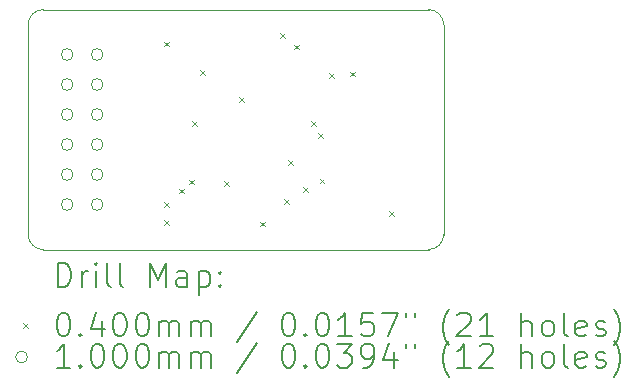
<source format=gbr>
%FSLAX45Y45*%
G04 Gerber Fmt 4.5, Leading zero omitted, Abs format (unit mm)*
G04 Created by KiCad (PCBNEW (6.0.1)) date 2024-05-17 17:22:19*
%MOMM*%
%LPD*%
G01*
G04 APERTURE LIST*
%TA.AperFunction,Profile*%
%ADD10C,0.100000*%
%TD*%
%ADD11C,0.200000*%
%ADD12C,0.040000*%
%ADD13C,0.100000*%
G04 APERTURE END LIST*
D10*
X5295900Y-3683000D02*
X5295900Y-1905000D01*
X5168900Y-1778000D02*
X1905000Y-1778000D01*
X5295900Y-1905000D02*
G75*
G03*
X5168900Y-1778000I-128831J-1831D01*
G01*
X5168900Y-3810000D02*
G75*
G03*
X5295900Y-3683000I0J127000D01*
G01*
X1778000Y-3683000D02*
G75*
G03*
X1905000Y-3810000I127000J0D01*
G01*
X1905000Y-1778000D02*
G75*
G03*
X1778000Y-1905000I0J-127000D01*
G01*
X1778000Y-1905000D02*
X1778000Y-3683000D01*
X1905000Y-3810000D02*
X5168900Y-3810000D01*
D11*
D12*
X2926400Y-2050100D02*
X2966400Y-2090100D01*
X2966400Y-2050100D02*
X2926400Y-2090100D01*
X2926400Y-3409000D02*
X2966400Y-3449000D01*
X2966400Y-3409000D02*
X2926400Y-3449000D01*
X2926400Y-3561400D02*
X2966400Y-3601400D01*
X2966400Y-3561400D02*
X2926400Y-3601400D01*
X3053400Y-3294700D02*
X3093400Y-3334700D01*
X3093400Y-3294700D02*
X3053400Y-3334700D01*
X3142300Y-3218500D02*
X3182300Y-3258500D01*
X3182300Y-3218500D02*
X3142300Y-3258500D01*
X3167700Y-2720098D02*
X3207700Y-2760098D01*
X3207700Y-2720098D02*
X3167700Y-2760098D01*
X3231200Y-2291400D02*
X3271200Y-2331400D01*
X3271200Y-2291400D02*
X3231200Y-2331400D01*
X3434400Y-3231200D02*
X3474400Y-3271200D01*
X3474400Y-3231200D02*
X3434400Y-3271200D01*
X3561400Y-2520000D02*
X3601400Y-2560000D01*
X3601400Y-2520000D02*
X3561400Y-2560000D01*
X3739200Y-3574100D02*
X3779200Y-3614100D01*
X3779200Y-3574100D02*
X3739200Y-3614100D01*
X3913251Y-1977649D02*
X3953251Y-2017649D01*
X3953251Y-1977649D02*
X3913251Y-2017649D01*
X3942400Y-3383600D02*
X3982400Y-3423600D01*
X3982400Y-3383600D02*
X3942400Y-3423600D01*
X3980500Y-3053400D02*
X4020500Y-3093400D01*
X4020500Y-3053400D02*
X3980500Y-3093400D01*
X4031300Y-2075500D02*
X4071300Y-2115500D01*
X4071300Y-2075500D02*
X4031300Y-2115500D01*
X4107500Y-3282000D02*
X4147500Y-3322000D01*
X4147500Y-3282000D02*
X4107500Y-3322000D01*
X4171000Y-2723200D02*
X4211000Y-2763200D01*
X4211000Y-2723200D02*
X4171000Y-2763200D01*
X4234500Y-2824800D02*
X4274500Y-2864800D01*
X4274500Y-2824800D02*
X4234500Y-2864800D01*
X4246770Y-3209550D02*
X4286770Y-3249550D01*
X4286770Y-3209550D02*
X4246770Y-3249550D01*
X4323400Y-2316800D02*
X4363400Y-2356800D01*
X4363400Y-2316800D02*
X4323400Y-2356800D01*
X4501200Y-2304100D02*
X4541200Y-2344100D01*
X4541200Y-2304100D02*
X4501200Y-2344100D01*
X4831400Y-3485200D02*
X4871400Y-3525200D01*
X4871400Y-3485200D02*
X4831400Y-3525200D01*
D13*
X2157800Y-2159000D02*
G75*
G03*
X2157800Y-2159000I-50000J0D01*
G01*
X2157800Y-2413000D02*
G75*
G03*
X2157800Y-2413000I-50000J0D01*
G01*
X2157800Y-2667000D02*
G75*
G03*
X2157800Y-2667000I-50000J0D01*
G01*
X2157800Y-2921000D02*
G75*
G03*
X2157800Y-2921000I-50000J0D01*
G01*
X2157800Y-3175000D02*
G75*
G03*
X2157800Y-3175000I-50000J0D01*
G01*
X2157800Y-3429000D02*
G75*
G03*
X2157800Y-3429000I-50000J0D01*
G01*
X2411800Y-2159000D02*
G75*
G03*
X2411800Y-2159000I-50000J0D01*
G01*
X2411800Y-2413000D02*
G75*
G03*
X2411800Y-2413000I-50000J0D01*
G01*
X2411800Y-2667000D02*
G75*
G03*
X2411800Y-2667000I-50000J0D01*
G01*
X2411800Y-2921000D02*
G75*
G03*
X2411800Y-2921000I-50000J0D01*
G01*
X2411800Y-3175000D02*
G75*
G03*
X2411800Y-3175000I-50000J0D01*
G01*
X2411800Y-3429000D02*
G75*
G03*
X2411800Y-3429000I-50000J0D01*
G01*
D11*
X2030619Y-4125476D02*
X2030619Y-3925476D01*
X2078238Y-3925476D01*
X2106810Y-3935000D01*
X2125857Y-3954048D01*
X2135381Y-3973095D01*
X2144905Y-4011190D01*
X2144905Y-4039762D01*
X2135381Y-4077857D01*
X2125857Y-4096905D01*
X2106810Y-4115952D01*
X2078238Y-4125476D01*
X2030619Y-4125476D01*
X2230619Y-4125476D02*
X2230619Y-3992143D01*
X2230619Y-4030238D02*
X2240143Y-4011190D01*
X2249667Y-4001667D01*
X2268714Y-3992143D01*
X2287762Y-3992143D01*
X2354429Y-4125476D02*
X2354429Y-3992143D01*
X2354429Y-3925476D02*
X2344905Y-3935000D01*
X2354429Y-3944524D01*
X2363952Y-3935000D01*
X2354429Y-3925476D01*
X2354429Y-3944524D01*
X2478238Y-4125476D02*
X2459190Y-4115952D01*
X2449667Y-4096905D01*
X2449667Y-3925476D01*
X2583000Y-4125476D02*
X2563952Y-4115952D01*
X2554429Y-4096905D01*
X2554429Y-3925476D01*
X2811571Y-4125476D02*
X2811571Y-3925476D01*
X2878238Y-4068333D01*
X2944905Y-3925476D01*
X2944905Y-4125476D01*
X3125857Y-4125476D02*
X3125857Y-4020714D01*
X3116333Y-4001667D01*
X3097286Y-3992143D01*
X3059190Y-3992143D01*
X3040143Y-4001667D01*
X3125857Y-4115952D02*
X3106809Y-4125476D01*
X3059190Y-4125476D01*
X3040143Y-4115952D01*
X3030619Y-4096905D01*
X3030619Y-4077857D01*
X3040143Y-4058810D01*
X3059190Y-4049286D01*
X3106809Y-4049286D01*
X3125857Y-4039762D01*
X3221095Y-3992143D02*
X3221095Y-4192143D01*
X3221095Y-4001667D02*
X3240143Y-3992143D01*
X3278238Y-3992143D01*
X3297286Y-4001667D01*
X3306809Y-4011190D01*
X3316333Y-4030238D01*
X3316333Y-4087381D01*
X3306809Y-4106429D01*
X3297286Y-4115952D01*
X3278238Y-4125476D01*
X3240143Y-4125476D01*
X3221095Y-4115952D01*
X3402048Y-4106429D02*
X3411571Y-4115952D01*
X3402048Y-4125476D01*
X3392524Y-4115952D01*
X3402048Y-4106429D01*
X3402048Y-4125476D01*
X3402048Y-4001667D02*
X3411571Y-4011190D01*
X3402048Y-4020714D01*
X3392524Y-4011190D01*
X3402048Y-4001667D01*
X3402048Y-4020714D01*
D12*
X1733000Y-4435000D02*
X1773000Y-4475000D01*
X1773000Y-4435000D02*
X1733000Y-4475000D01*
D11*
X2068714Y-4345476D02*
X2087762Y-4345476D01*
X2106810Y-4355000D01*
X2116333Y-4364524D01*
X2125857Y-4383572D01*
X2135381Y-4421667D01*
X2135381Y-4469286D01*
X2125857Y-4507381D01*
X2116333Y-4526429D01*
X2106810Y-4535952D01*
X2087762Y-4545476D01*
X2068714Y-4545476D01*
X2049667Y-4535952D01*
X2040143Y-4526429D01*
X2030619Y-4507381D01*
X2021095Y-4469286D01*
X2021095Y-4421667D01*
X2030619Y-4383572D01*
X2040143Y-4364524D01*
X2049667Y-4355000D01*
X2068714Y-4345476D01*
X2221095Y-4526429D02*
X2230619Y-4535952D01*
X2221095Y-4545476D01*
X2211571Y-4535952D01*
X2221095Y-4526429D01*
X2221095Y-4545476D01*
X2402048Y-4412143D02*
X2402048Y-4545476D01*
X2354429Y-4335952D02*
X2306810Y-4478810D01*
X2430619Y-4478810D01*
X2544905Y-4345476D02*
X2563952Y-4345476D01*
X2583000Y-4355000D01*
X2592524Y-4364524D01*
X2602048Y-4383572D01*
X2611571Y-4421667D01*
X2611571Y-4469286D01*
X2602048Y-4507381D01*
X2592524Y-4526429D01*
X2583000Y-4535952D01*
X2563952Y-4545476D01*
X2544905Y-4545476D01*
X2525857Y-4535952D01*
X2516333Y-4526429D01*
X2506810Y-4507381D01*
X2497286Y-4469286D01*
X2497286Y-4421667D01*
X2506810Y-4383572D01*
X2516333Y-4364524D01*
X2525857Y-4355000D01*
X2544905Y-4345476D01*
X2735381Y-4345476D02*
X2754429Y-4345476D01*
X2773476Y-4355000D01*
X2783000Y-4364524D01*
X2792524Y-4383572D01*
X2802048Y-4421667D01*
X2802048Y-4469286D01*
X2792524Y-4507381D01*
X2783000Y-4526429D01*
X2773476Y-4535952D01*
X2754429Y-4545476D01*
X2735381Y-4545476D01*
X2716333Y-4535952D01*
X2706810Y-4526429D01*
X2697286Y-4507381D01*
X2687762Y-4469286D01*
X2687762Y-4421667D01*
X2697286Y-4383572D01*
X2706810Y-4364524D01*
X2716333Y-4355000D01*
X2735381Y-4345476D01*
X2887762Y-4545476D02*
X2887762Y-4412143D01*
X2887762Y-4431191D02*
X2897286Y-4421667D01*
X2916333Y-4412143D01*
X2944905Y-4412143D01*
X2963952Y-4421667D01*
X2973476Y-4440714D01*
X2973476Y-4545476D01*
X2973476Y-4440714D02*
X2983000Y-4421667D01*
X3002048Y-4412143D01*
X3030619Y-4412143D01*
X3049667Y-4421667D01*
X3059190Y-4440714D01*
X3059190Y-4545476D01*
X3154428Y-4545476D02*
X3154428Y-4412143D01*
X3154428Y-4431191D02*
X3163952Y-4421667D01*
X3183000Y-4412143D01*
X3211571Y-4412143D01*
X3230619Y-4421667D01*
X3240143Y-4440714D01*
X3240143Y-4545476D01*
X3240143Y-4440714D02*
X3249667Y-4421667D01*
X3268714Y-4412143D01*
X3297286Y-4412143D01*
X3316333Y-4421667D01*
X3325857Y-4440714D01*
X3325857Y-4545476D01*
X3716333Y-4335952D02*
X3544905Y-4593095D01*
X3973476Y-4345476D02*
X3992524Y-4345476D01*
X4011571Y-4355000D01*
X4021095Y-4364524D01*
X4030619Y-4383572D01*
X4040143Y-4421667D01*
X4040143Y-4469286D01*
X4030619Y-4507381D01*
X4021095Y-4526429D01*
X4011571Y-4535952D01*
X3992524Y-4545476D01*
X3973476Y-4545476D01*
X3954428Y-4535952D01*
X3944905Y-4526429D01*
X3935381Y-4507381D01*
X3925857Y-4469286D01*
X3925857Y-4421667D01*
X3935381Y-4383572D01*
X3944905Y-4364524D01*
X3954428Y-4355000D01*
X3973476Y-4345476D01*
X4125857Y-4526429D02*
X4135381Y-4535952D01*
X4125857Y-4545476D01*
X4116333Y-4535952D01*
X4125857Y-4526429D01*
X4125857Y-4545476D01*
X4259190Y-4345476D02*
X4278238Y-4345476D01*
X4297286Y-4355000D01*
X4306810Y-4364524D01*
X4316333Y-4383572D01*
X4325857Y-4421667D01*
X4325857Y-4469286D01*
X4316333Y-4507381D01*
X4306810Y-4526429D01*
X4297286Y-4535952D01*
X4278238Y-4545476D01*
X4259190Y-4545476D01*
X4240143Y-4535952D01*
X4230619Y-4526429D01*
X4221095Y-4507381D01*
X4211571Y-4469286D01*
X4211571Y-4421667D01*
X4221095Y-4383572D01*
X4230619Y-4364524D01*
X4240143Y-4355000D01*
X4259190Y-4345476D01*
X4516333Y-4545476D02*
X4402048Y-4545476D01*
X4459190Y-4545476D02*
X4459190Y-4345476D01*
X4440143Y-4374048D01*
X4421095Y-4393095D01*
X4402048Y-4402619D01*
X4697286Y-4345476D02*
X4602048Y-4345476D01*
X4592524Y-4440714D01*
X4602048Y-4431191D01*
X4621095Y-4421667D01*
X4668714Y-4421667D01*
X4687762Y-4431191D01*
X4697286Y-4440714D01*
X4706810Y-4459762D01*
X4706810Y-4507381D01*
X4697286Y-4526429D01*
X4687762Y-4535952D01*
X4668714Y-4545476D01*
X4621095Y-4545476D01*
X4602048Y-4535952D01*
X4592524Y-4526429D01*
X4773476Y-4345476D02*
X4906810Y-4345476D01*
X4821095Y-4545476D01*
X4973476Y-4345476D02*
X4973476Y-4383572D01*
X5049667Y-4345476D02*
X5049667Y-4383572D01*
X5344905Y-4621667D02*
X5335381Y-4612143D01*
X5316333Y-4583572D01*
X5306810Y-4564524D01*
X5297286Y-4535952D01*
X5287762Y-4488333D01*
X5287762Y-4450238D01*
X5297286Y-4402619D01*
X5306810Y-4374048D01*
X5316333Y-4355000D01*
X5335381Y-4326429D01*
X5344905Y-4316905D01*
X5411571Y-4364524D02*
X5421095Y-4355000D01*
X5440143Y-4345476D01*
X5487762Y-4345476D01*
X5506810Y-4355000D01*
X5516333Y-4364524D01*
X5525857Y-4383572D01*
X5525857Y-4402619D01*
X5516333Y-4431191D01*
X5402048Y-4545476D01*
X5525857Y-4545476D01*
X5716333Y-4545476D02*
X5602048Y-4545476D01*
X5659190Y-4545476D02*
X5659190Y-4345476D01*
X5640143Y-4374048D01*
X5621095Y-4393095D01*
X5602048Y-4402619D01*
X5954428Y-4545476D02*
X5954428Y-4345476D01*
X6040143Y-4545476D02*
X6040143Y-4440714D01*
X6030619Y-4421667D01*
X6011571Y-4412143D01*
X5983000Y-4412143D01*
X5963952Y-4421667D01*
X5954428Y-4431191D01*
X6163952Y-4545476D02*
X6144905Y-4535952D01*
X6135381Y-4526429D01*
X6125857Y-4507381D01*
X6125857Y-4450238D01*
X6135381Y-4431191D01*
X6144905Y-4421667D01*
X6163952Y-4412143D01*
X6192524Y-4412143D01*
X6211571Y-4421667D01*
X6221095Y-4431191D01*
X6230619Y-4450238D01*
X6230619Y-4507381D01*
X6221095Y-4526429D01*
X6211571Y-4535952D01*
X6192524Y-4545476D01*
X6163952Y-4545476D01*
X6344905Y-4545476D02*
X6325857Y-4535952D01*
X6316333Y-4516905D01*
X6316333Y-4345476D01*
X6497286Y-4535952D02*
X6478238Y-4545476D01*
X6440143Y-4545476D01*
X6421095Y-4535952D01*
X6411571Y-4516905D01*
X6411571Y-4440714D01*
X6421095Y-4421667D01*
X6440143Y-4412143D01*
X6478238Y-4412143D01*
X6497286Y-4421667D01*
X6506809Y-4440714D01*
X6506809Y-4459762D01*
X6411571Y-4478810D01*
X6583000Y-4535952D02*
X6602048Y-4545476D01*
X6640143Y-4545476D01*
X6659190Y-4535952D01*
X6668714Y-4516905D01*
X6668714Y-4507381D01*
X6659190Y-4488333D01*
X6640143Y-4478810D01*
X6611571Y-4478810D01*
X6592524Y-4469286D01*
X6583000Y-4450238D01*
X6583000Y-4440714D01*
X6592524Y-4421667D01*
X6611571Y-4412143D01*
X6640143Y-4412143D01*
X6659190Y-4421667D01*
X6735381Y-4621667D02*
X6744905Y-4612143D01*
X6763952Y-4583572D01*
X6773476Y-4564524D01*
X6783000Y-4535952D01*
X6792524Y-4488333D01*
X6792524Y-4450238D01*
X6783000Y-4402619D01*
X6773476Y-4374048D01*
X6763952Y-4355000D01*
X6744905Y-4326429D01*
X6735381Y-4316905D01*
D13*
X1773000Y-4719000D02*
G75*
G03*
X1773000Y-4719000I-50000J0D01*
G01*
D11*
X2135381Y-4809476D02*
X2021095Y-4809476D01*
X2078238Y-4809476D02*
X2078238Y-4609476D01*
X2059190Y-4638048D01*
X2040143Y-4657095D01*
X2021095Y-4666619D01*
X2221095Y-4790429D02*
X2230619Y-4799952D01*
X2221095Y-4809476D01*
X2211571Y-4799952D01*
X2221095Y-4790429D01*
X2221095Y-4809476D01*
X2354429Y-4609476D02*
X2373476Y-4609476D01*
X2392524Y-4619000D01*
X2402048Y-4628524D01*
X2411571Y-4647572D01*
X2421095Y-4685667D01*
X2421095Y-4733286D01*
X2411571Y-4771381D01*
X2402048Y-4790429D01*
X2392524Y-4799952D01*
X2373476Y-4809476D01*
X2354429Y-4809476D01*
X2335381Y-4799952D01*
X2325857Y-4790429D01*
X2316333Y-4771381D01*
X2306810Y-4733286D01*
X2306810Y-4685667D01*
X2316333Y-4647572D01*
X2325857Y-4628524D01*
X2335381Y-4619000D01*
X2354429Y-4609476D01*
X2544905Y-4609476D02*
X2563952Y-4609476D01*
X2583000Y-4619000D01*
X2592524Y-4628524D01*
X2602048Y-4647572D01*
X2611571Y-4685667D01*
X2611571Y-4733286D01*
X2602048Y-4771381D01*
X2592524Y-4790429D01*
X2583000Y-4799952D01*
X2563952Y-4809476D01*
X2544905Y-4809476D01*
X2525857Y-4799952D01*
X2516333Y-4790429D01*
X2506810Y-4771381D01*
X2497286Y-4733286D01*
X2497286Y-4685667D01*
X2506810Y-4647572D01*
X2516333Y-4628524D01*
X2525857Y-4619000D01*
X2544905Y-4609476D01*
X2735381Y-4609476D02*
X2754429Y-4609476D01*
X2773476Y-4619000D01*
X2783000Y-4628524D01*
X2792524Y-4647572D01*
X2802048Y-4685667D01*
X2802048Y-4733286D01*
X2792524Y-4771381D01*
X2783000Y-4790429D01*
X2773476Y-4799952D01*
X2754429Y-4809476D01*
X2735381Y-4809476D01*
X2716333Y-4799952D01*
X2706810Y-4790429D01*
X2697286Y-4771381D01*
X2687762Y-4733286D01*
X2687762Y-4685667D01*
X2697286Y-4647572D01*
X2706810Y-4628524D01*
X2716333Y-4619000D01*
X2735381Y-4609476D01*
X2887762Y-4809476D02*
X2887762Y-4676143D01*
X2887762Y-4695191D02*
X2897286Y-4685667D01*
X2916333Y-4676143D01*
X2944905Y-4676143D01*
X2963952Y-4685667D01*
X2973476Y-4704714D01*
X2973476Y-4809476D01*
X2973476Y-4704714D02*
X2983000Y-4685667D01*
X3002048Y-4676143D01*
X3030619Y-4676143D01*
X3049667Y-4685667D01*
X3059190Y-4704714D01*
X3059190Y-4809476D01*
X3154428Y-4809476D02*
X3154428Y-4676143D01*
X3154428Y-4695191D02*
X3163952Y-4685667D01*
X3183000Y-4676143D01*
X3211571Y-4676143D01*
X3230619Y-4685667D01*
X3240143Y-4704714D01*
X3240143Y-4809476D01*
X3240143Y-4704714D02*
X3249667Y-4685667D01*
X3268714Y-4676143D01*
X3297286Y-4676143D01*
X3316333Y-4685667D01*
X3325857Y-4704714D01*
X3325857Y-4809476D01*
X3716333Y-4599952D02*
X3544905Y-4857095D01*
X3973476Y-4609476D02*
X3992524Y-4609476D01*
X4011571Y-4619000D01*
X4021095Y-4628524D01*
X4030619Y-4647572D01*
X4040143Y-4685667D01*
X4040143Y-4733286D01*
X4030619Y-4771381D01*
X4021095Y-4790429D01*
X4011571Y-4799952D01*
X3992524Y-4809476D01*
X3973476Y-4809476D01*
X3954428Y-4799952D01*
X3944905Y-4790429D01*
X3935381Y-4771381D01*
X3925857Y-4733286D01*
X3925857Y-4685667D01*
X3935381Y-4647572D01*
X3944905Y-4628524D01*
X3954428Y-4619000D01*
X3973476Y-4609476D01*
X4125857Y-4790429D02*
X4135381Y-4799952D01*
X4125857Y-4809476D01*
X4116333Y-4799952D01*
X4125857Y-4790429D01*
X4125857Y-4809476D01*
X4259190Y-4609476D02*
X4278238Y-4609476D01*
X4297286Y-4619000D01*
X4306810Y-4628524D01*
X4316333Y-4647572D01*
X4325857Y-4685667D01*
X4325857Y-4733286D01*
X4316333Y-4771381D01*
X4306810Y-4790429D01*
X4297286Y-4799952D01*
X4278238Y-4809476D01*
X4259190Y-4809476D01*
X4240143Y-4799952D01*
X4230619Y-4790429D01*
X4221095Y-4771381D01*
X4211571Y-4733286D01*
X4211571Y-4685667D01*
X4221095Y-4647572D01*
X4230619Y-4628524D01*
X4240143Y-4619000D01*
X4259190Y-4609476D01*
X4392524Y-4609476D02*
X4516333Y-4609476D01*
X4449667Y-4685667D01*
X4478238Y-4685667D01*
X4497286Y-4695191D01*
X4506810Y-4704714D01*
X4516333Y-4723762D01*
X4516333Y-4771381D01*
X4506810Y-4790429D01*
X4497286Y-4799952D01*
X4478238Y-4809476D01*
X4421095Y-4809476D01*
X4402048Y-4799952D01*
X4392524Y-4790429D01*
X4611571Y-4809476D02*
X4649667Y-4809476D01*
X4668714Y-4799952D01*
X4678238Y-4790429D01*
X4697286Y-4761857D01*
X4706810Y-4723762D01*
X4706810Y-4647572D01*
X4697286Y-4628524D01*
X4687762Y-4619000D01*
X4668714Y-4609476D01*
X4630619Y-4609476D01*
X4611571Y-4619000D01*
X4602048Y-4628524D01*
X4592524Y-4647572D01*
X4592524Y-4695191D01*
X4602048Y-4714238D01*
X4611571Y-4723762D01*
X4630619Y-4733286D01*
X4668714Y-4733286D01*
X4687762Y-4723762D01*
X4697286Y-4714238D01*
X4706810Y-4695191D01*
X4878238Y-4676143D02*
X4878238Y-4809476D01*
X4830619Y-4599952D02*
X4783000Y-4742810D01*
X4906810Y-4742810D01*
X4973476Y-4609476D02*
X4973476Y-4647572D01*
X5049667Y-4609476D02*
X5049667Y-4647572D01*
X5344905Y-4885667D02*
X5335381Y-4876143D01*
X5316333Y-4847572D01*
X5306810Y-4828524D01*
X5297286Y-4799952D01*
X5287762Y-4752333D01*
X5287762Y-4714238D01*
X5297286Y-4666619D01*
X5306810Y-4638048D01*
X5316333Y-4619000D01*
X5335381Y-4590429D01*
X5344905Y-4580905D01*
X5525857Y-4809476D02*
X5411571Y-4809476D01*
X5468714Y-4809476D02*
X5468714Y-4609476D01*
X5449667Y-4638048D01*
X5430619Y-4657095D01*
X5411571Y-4666619D01*
X5602048Y-4628524D02*
X5611571Y-4619000D01*
X5630619Y-4609476D01*
X5678238Y-4609476D01*
X5697286Y-4619000D01*
X5706809Y-4628524D01*
X5716333Y-4647572D01*
X5716333Y-4666619D01*
X5706809Y-4695191D01*
X5592524Y-4809476D01*
X5716333Y-4809476D01*
X5954428Y-4809476D02*
X5954428Y-4609476D01*
X6040143Y-4809476D02*
X6040143Y-4704714D01*
X6030619Y-4685667D01*
X6011571Y-4676143D01*
X5983000Y-4676143D01*
X5963952Y-4685667D01*
X5954428Y-4695191D01*
X6163952Y-4809476D02*
X6144905Y-4799952D01*
X6135381Y-4790429D01*
X6125857Y-4771381D01*
X6125857Y-4714238D01*
X6135381Y-4695191D01*
X6144905Y-4685667D01*
X6163952Y-4676143D01*
X6192524Y-4676143D01*
X6211571Y-4685667D01*
X6221095Y-4695191D01*
X6230619Y-4714238D01*
X6230619Y-4771381D01*
X6221095Y-4790429D01*
X6211571Y-4799952D01*
X6192524Y-4809476D01*
X6163952Y-4809476D01*
X6344905Y-4809476D02*
X6325857Y-4799952D01*
X6316333Y-4780905D01*
X6316333Y-4609476D01*
X6497286Y-4799952D02*
X6478238Y-4809476D01*
X6440143Y-4809476D01*
X6421095Y-4799952D01*
X6411571Y-4780905D01*
X6411571Y-4704714D01*
X6421095Y-4685667D01*
X6440143Y-4676143D01*
X6478238Y-4676143D01*
X6497286Y-4685667D01*
X6506809Y-4704714D01*
X6506809Y-4723762D01*
X6411571Y-4742810D01*
X6583000Y-4799952D02*
X6602048Y-4809476D01*
X6640143Y-4809476D01*
X6659190Y-4799952D01*
X6668714Y-4780905D01*
X6668714Y-4771381D01*
X6659190Y-4752333D01*
X6640143Y-4742810D01*
X6611571Y-4742810D01*
X6592524Y-4733286D01*
X6583000Y-4714238D01*
X6583000Y-4704714D01*
X6592524Y-4685667D01*
X6611571Y-4676143D01*
X6640143Y-4676143D01*
X6659190Y-4685667D01*
X6735381Y-4885667D02*
X6744905Y-4876143D01*
X6763952Y-4847572D01*
X6773476Y-4828524D01*
X6783000Y-4799952D01*
X6792524Y-4752333D01*
X6792524Y-4714238D01*
X6783000Y-4666619D01*
X6773476Y-4638048D01*
X6763952Y-4619000D01*
X6744905Y-4590429D01*
X6735381Y-4580905D01*
M02*

</source>
